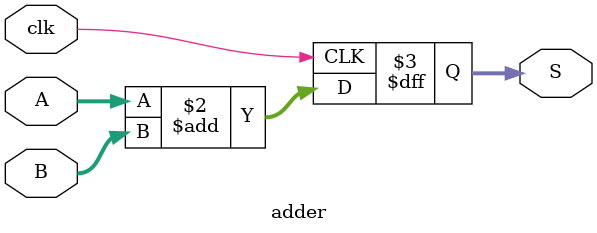
<source format=v>
`timescale 1ns / 1ps

module adder #(parameter N=8)(A,B,S,clk );
    input clk;
    input [N-1:0] A,B;
    output reg [N:0]S;
    
    always @(posedge clk) begin
    S = A + B;
    end
endmodule

</source>
